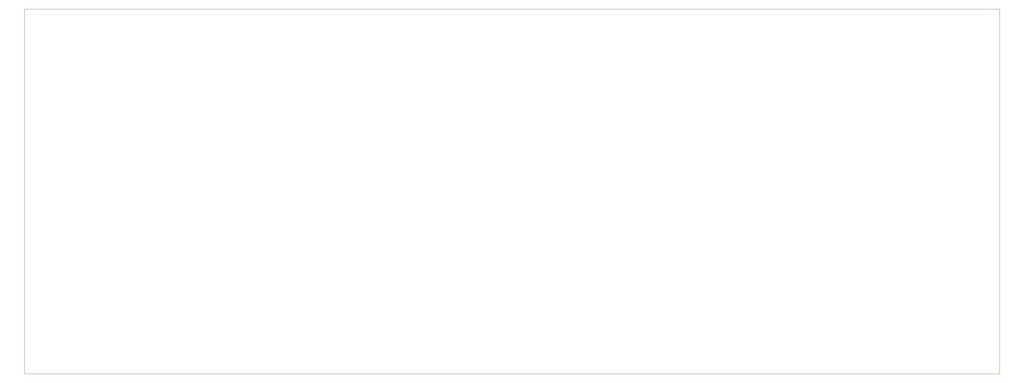
<source format=gbr>
%TF.GenerationSoftware,KiCad,Pcbnew,8.0.8*%
%TF.CreationDate,2025-05-17T22:16:50-04:00*%
%TF.ProjectId,control board,636f6e74-726f-46c2-9062-6f6172642e6b,rev?*%
%TF.SameCoordinates,Original*%
%TF.FileFunction,Profile,NP*%
%FSLAX46Y46*%
G04 Gerber Fmt 4.6, Leading zero omitted, Abs format (unit mm)*
G04 Created by KiCad (PCBNEW 8.0.8) date 2025-05-17 22:16:50*
%MOMM*%
%LPD*%
G01*
G04 APERTURE LIST*
%TA.AperFunction,Profile*%
%ADD10C,0.025400*%
%TD*%
G04 APERTURE END LIST*
D10*
X303319571Y-199072700D02*
X560197400Y-199072700D01*
X560197400Y-295262500D01*
X303319571Y-295262500D01*
X303319571Y-199072700D01*
M02*

</source>
